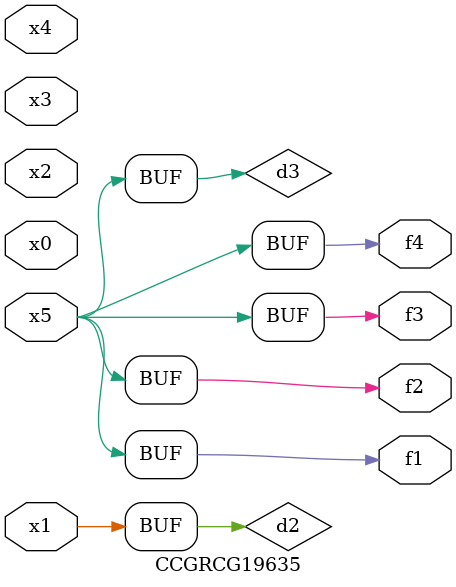
<source format=v>
module CCGRCG19635(
	input x0, x1, x2, x3, x4, x5,
	output f1, f2, f3, f4
);

	wire d1, d2, d3;

	not (d1, x5);
	or (d2, x1);
	xnor (d3, d1);
	assign f1 = d3;
	assign f2 = d3;
	assign f3 = d3;
	assign f4 = d3;
endmodule

</source>
